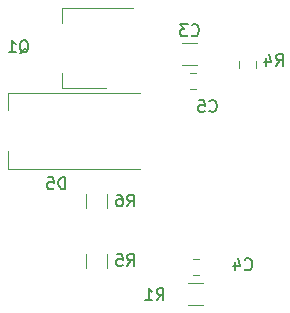
<source format=gbr>
G04 #@! TF.GenerationSoftware,KiCad,Pcbnew,(5.0.2)-1*
G04 #@! TF.CreationDate,2019-10-30T16:47:08+01:00*
G04 #@! TF.ProjectId,pcb_thesis,7063625f-7468-4657-9369-732e6b696361,rev?*
G04 #@! TF.SameCoordinates,Original*
G04 #@! TF.FileFunction,Legend,Bot*
G04 #@! TF.FilePolarity,Positive*
%FSLAX46Y46*%
G04 Gerber Fmt 4.6, Leading zero omitted, Abs format (unit mm)*
G04 Created by KiCad (PCBNEW (5.0.2)-1) date 30.10.2019 16:47:08*
%MOMM*%
%LPD*%
G01*
G04 APERTURE LIST*
%ADD10C,0.120000*%
%ADD11C,0.150000*%
%ADD12C,0.100000*%
%ADD13C,1.350000*%
%ADD14C,1.625000*%
%ADD15R,4.700000X3.500000*%
%ADD16R,1.900000X1.900000*%
%ADD17O,1.900000X1.900000*%
%ADD18R,2.200000X4.000000*%
%ADD19R,2.200000X1.700000*%
G04 APERTURE END LIST*
D10*
G04 #@! TO.C,C5*
X139438748Y-66600000D02*
X139961252Y-66600000D01*
X139438748Y-68020000D02*
X139961252Y-68020000D01*
G04 #@! TO.C,C3*
X140048064Y-65934000D02*
X138843936Y-65934000D01*
X140048064Y-64114000D02*
X138843936Y-64114000D01*
G04 #@! TO.C,C4*
X140215252Y-82348000D02*
X139692748Y-82348000D01*
X140215252Y-83768000D02*
X139692748Y-83768000D01*
G04 #@! TO.C,D5*
X124040000Y-68290000D02*
X124040000Y-74790000D01*
X124040000Y-68290000D02*
X135240000Y-68290000D01*
X124040000Y-74790000D02*
X135240000Y-74790000D01*
G04 #@! TO.C,Q1*
X128646000Y-67926000D02*
X128646000Y-66666000D01*
X128646000Y-61106000D02*
X128646000Y-62366000D01*
X132406000Y-67926000D02*
X128646000Y-67926000D01*
X134656000Y-61106000D02*
X128646000Y-61106000D01*
G04 #@! TO.C,R1*
X139351936Y-86254000D02*
X140556064Y-86254000D01*
X139351936Y-84434000D02*
X140556064Y-84434000D01*
G04 #@! TO.C,R4*
X145090000Y-65648748D02*
X145090000Y-66171252D01*
X143670000Y-65648748D02*
X143670000Y-66171252D01*
G04 #@! TO.C,R5*
X130662000Y-83152064D02*
X130662000Y-81947936D01*
X132482000Y-83152064D02*
X132482000Y-81947936D01*
G04 #@! TO.C,R6*
X132482000Y-78072064D02*
X132482000Y-76867936D01*
X130662000Y-78072064D02*
X130662000Y-76867936D01*
G04 #@! TO.C,C5*
D11*
X141126666Y-69827142D02*
X141174285Y-69874761D01*
X141317142Y-69922380D01*
X141412380Y-69922380D01*
X141555238Y-69874761D01*
X141650476Y-69779523D01*
X141698095Y-69684285D01*
X141745714Y-69493809D01*
X141745714Y-69350952D01*
X141698095Y-69160476D01*
X141650476Y-69065238D01*
X141555238Y-68970000D01*
X141412380Y-68922380D01*
X141317142Y-68922380D01*
X141174285Y-68970000D01*
X141126666Y-69017619D01*
X140221904Y-68922380D02*
X140698095Y-68922380D01*
X140745714Y-69398571D01*
X140698095Y-69350952D01*
X140602857Y-69303333D01*
X140364761Y-69303333D01*
X140269523Y-69350952D01*
X140221904Y-69398571D01*
X140174285Y-69493809D01*
X140174285Y-69731904D01*
X140221904Y-69827142D01*
X140269523Y-69874761D01*
X140364761Y-69922380D01*
X140602857Y-69922380D01*
X140698095Y-69874761D01*
X140745714Y-69827142D01*
G04 #@! TO.C,C3*
X139616666Y-63407142D02*
X139664285Y-63454761D01*
X139807142Y-63502380D01*
X139902380Y-63502380D01*
X140045238Y-63454761D01*
X140140476Y-63359523D01*
X140188095Y-63264285D01*
X140235714Y-63073809D01*
X140235714Y-62930952D01*
X140188095Y-62740476D01*
X140140476Y-62645238D01*
X140045238Y-62550000D01*
X139902380Y-62502380D01*
X139807142Y-62502380D01*
X139664285Y-62550000D01*
X139616666Y-62597619D01*
X139283333Y-62502380D02*
X138664285Y-62502380D01*
X138997619Y-62883333D01*
X138854761Y-62883333D01*
X138759523Y-62930952D01*
X138711904Y-62978571D01*
X138664285Y-63073809D01*
X138664285Y-63311904D01*
X138711904Y-63407142D01*
X138759523Y-63454761D01*
X138854761Y-63502380D01*
X139140476Y-63502380D01*
X139235714Y-63454761D01*
X139283333Y-63407142D01*
G04 #@! TO.C,C4*
X144126666Y-83227142D02*
X144174285Y-83274761D01*
X144317142Y-83322380D01*
X144412380Y-83322380D01*
X144555238Y-83274761D01*
X144650476Y-83179523D01*
X144698095Y-83084285D01*
X144745714Y-82893809D01*
X144745714Y-82750952D01*
X144698095Y-82560476D01*
X144650476Y-82465238D01*
X144555238Y-82370000D01*
X144412380Y-82322380D01*
X144317142Y-82322380D01*
X144174285Y-82370000D01*
X144126666Y-82417619D01*
X143269523Y-82655714D02*
X143269523Y-83322380D01*
X143507619Y-82274761D02*
X143745714Y-82989047D01*
X143126666Y-82989047D01*
G04 #@! TO.C,D5*
X128918095Y-76462380D02*
X128918095Y-75462380D01*
X128680000Y-75462380D01*
X128537142Y-75510000D01*
X128441904Y-75605238D01*
X128394285Y-75700476D01*
X128346666Y-75890952D01*
X128346666Y-76033809D01*
X128394285Y-76224285D01*
X128441904Y-76319523D01*
X128537142Y-76414761D01*
X128680000Y-76462380D01*
X128918095Y-76462380D01*
X127441904Y-75462380D02*
X127918095Y-75462380D01*
X127965714Y-75938571D01*
X127918095Y-75890952D01*
X127822857Y-75843333D01*
X127584761Y-75843333D01*
X127489523Y-75890952D01*
X127441904Y-75938571D01*
X127394285Y-76033809D01*
X127394285Y-76271904D01*
X127441904Y-76367142D01*
X127489523Y-76414761D01*
X127584761Y-76462380D01*
X127822857Y-76462380D01*
X127918095Y-76414761D01*
X127965714Y-76367142D01*
G04 #@! TO.C,Q1*
X125045238Y-64967619D02*
X125140476Y-64920000D01*
X125235714Y-64824761D01*
X125378571Y-64681904D01*
X125473809Y-64634285D01*
X125569047Y-64634285D01*
X125521428Y-64872380D02*
X125616666Y-64824761D01*
X125711904Y-64729523D01*
X125759523Y-64539047D01*
X125759523Y-64205714D01*
X125711904Y-64015238D01*
X125616666Y-63920000D01*
X125521428Y-63872380D01*
X125330952Y-63872380D01*
X125235714Y-63920000D01*
X125140476Y-64015238D01*
X125092857Y-64205714D01*
X125092857Y-64539047D01*
X125140476Y-64729523D01*
X125235714Y-64824761D01*
X125330952Y-64872380D01*
X125521428Y-64872380D01*
X124140476Y-64872380D02*
X124711904Y-64872380D01*
X124426190Y-64872380D02*
X124426190Y-63872380D01*
X124521428Y-64015238D01*
X124616666Y-64110476D01*
X124711904Y-64158095D01*
G04 #@! TO.C,R1*
X136656666Y-85862380D02*
X136990000Y-85386190D01*
X137228095Y-85862380D02*
X137228095Y-84862380D01*
X136847142Y-84862380D01*
X136751904Y-84910000D01*
X136704285Y-84957619D01*
X136656666Y-85052857D01*
X136656666Y-85195714D01*
X136704285Y-85290952D01*
X136751904Y-85338571D01*
X136847142Y-85386190D01*
X137228095Y-85386190D01*
X135704285Y-85862380D02*
X136275714Y-85862380D01*
X135990000Y-85862380D02*
X135990000Y-84862380D01*
X136085238Y-85005238D01*
X136180476Y-85100476D01*
X136275714Y-85148095D01*
G04 #@! TO.C,R4*
X146760666Y-66038380D02*
X147094000Y-65562190D01*
X147332095Y-66038380D02*
X147332095Y-65038380D01*
X146951142Y-65038380D01*
X146855904Y-65086000D01*
X146808285Y-65133619D01*
X146760666Y-65228857D01*
X146760666Y-65371714D01*
X146808285Y-65466952D01*
X146855904Y-65514571D01*
X146951142Y-65562190D01*
X147332095Y-65562190D01*
X145903523Y-65371714D02*
X145903523Y-66038380D01*
X146141619Y-64990761D02*
X146379714Y-65705047D01*
X145760666Y-65705047D01*
G04 #@! TO.C,R5*
X134166666Y-82952380D02*
X134500000Y-82476190D01*
X134738095Y-82952380D02*
X134738095Y-81952380D01*
X134357142Y-81952380D01*
X134261904Y-82000000D01*
X134214285Y-82047619D01*
X134166666Y-82142857D01*
X134166666Y-82285714D01*
X134214285Y-82380952D01*
X134261904Y-82428571D01*
X134357142Y-82476190D01*
X134738095Y-82476190D01*
X133261904Y-81952380D02*
X133738095Y-81952380D01*
X133785714Y-82428571D01*
X133738095Y-82380952D01*
X133642857Y-82333333D01*
X133404761Y-82333333D01*
X133309523Y-82380952D01*
X133261904Y-82428571D01*
X133214285Y-82523809D01*
X133214285Y-82761904D01*
X133261904Y-82857142D01*
X133309523Y-82904761D01*
X133404761Y-82952380D01*
X133642857Y-82952380D01*
X133738095Y-82904761D01*
X133785714Y-82857142D01*
G04 #@! TO.C,R6*
X134166666Y-77922380D02*
X134500000Y-77446190D01*
X134738095Y-77922380D02*
X134738095Y-76922380D01*
X134357142Y-76922380D01*
X134261904Y-76970000D01*
X134214285Y-77017619D01*
X134166666Y-77112857D01*
X134166666Y-77255714D01*
X134214285Y-77350952D01*
X134261904Y-77398571D01*
X134357142Y-77446190D01*
X134738095Y-77446190D01*
X133309523Y-76922380D02*
X133500000Y-76922380D01*
X133595238Y-76970000D01*
X133642857Y-77017619D01*
X133738095Y-77160476D01*
X133785714Y-77350952D01*
X133785714Y-77731904D01*
X133738095Y-77827142D01*
X133690476Y-77874761D01*
X133595238Y-77922380D01*
X133404761Y-77922380D01*
X133309523Y-77874761D01*
X133261904Y-77827142D01*
X133214285Y-77731904D01*
X133214285Y-77493809D01*
X133261904Y-77398571D01*
X133309523Y-77350952D01*
X133404761Y-77303333D01*
X133595238Y-77303333D01*
X133690476Y-77350952D01*
X133738095Y-77398571D01*
X133785714Y-77493809D01*
G04 #@! TD*
%LPC*%
D12*
G04 #@! TO.C,C5*
G36*
X141135289Y-66511413D02*
X141163778Y-66515639D01*
X141191715Y-66522637D01*
X141218832Y-66532340D01*
X141244867Y-66544653D01*
X141269570Y-66559460D01*
X141292703Y-66576616D01*
X141314043Y-66595957D01*
X141333384Y-66617297D01*
X141350540Y-66640430D01*
X141365347Y-66665133D01*
X141377660Y-66691168D01*
X141387363Y-66718285D01*
X141394361Y-66746222D01*
X141398587Y-66774711D01*
X141400000Y-66803477D01*
X141400000Y-67816523D01*
X141398587Y-67845289D01*
X141394361Y-67873778D01*
X141387363Y-67901715D01*
X141377660Y-67928832D01*
X141365347Y-67954867D01*
X141350540Y-67979570D01*
X141333384Y-68002703D01*
X141314043Y-68024043D01*
X141292703Y-68043384D01*
X141269570Y-68060540D01*
X141244867Y-68075347D01*
X141218832Y-68087660D01*
X141191715Y-68097363D01*
X141163778Y-68104361D01*
X141135289Y-68108587D01*
X141106523Y-68110000D01*
X140343477Y-68110000D01*
X140314711Y-68108587D01*
X140286222Y-68104361D01*
X140258285Y-68097363D01*
X140231168Y-68087660D01*
X140205133Y-68075347D01*
X140180430Y-68060540D01*
X140157297Y-68043384D01*
X140135957Y-68024043D01*
X140116616Y-68002703D01*
X140099460Y-67979570D01*
X140084653Y-67954867D01*
X140072340Y-67928832D01*
X140062637Y-67901715D01*
X140055639Y-67873778D01*
X140051413Y-67845289D01*
X140050000Y-67816523D01*
X140050000Y-66803477D01*
X140051413Y-66774711D01*
X140055639Y-66746222D01*
X140062637Y-66718285D01*
X140072340Y-66691168D01*
X140084653Y-66665133D01*
X140099460Y-66640430D01*
X140116616Y-66617297D01*
X140135957Y-66595957D01*
X140157297Y-66576616D01*
X140180430Y-66559460D01*
X140205133Y-66544653D01*
X140231168Y-66532340D01*
X140258285Y-66522637D01*
X140286222Y-66515639D01*
X140314711Y-66511413D01*
X140343477Y-66510000D01*
X141106523Y-66510000D01*
X141135289Y-66511413D01*
X141135289Y-66511413D01*
G37*
D13*
X140725000Y-67310000D03*
D12*
G36*
X139085289Y-66511413D02*
X139113778Y-66515639D01*
X139141715Y-66522637D01*
X139168832Y-66532340D01*
X139194867Y-66544653D01*
X139219570Y-66559460D01*
X139242703Y-66576616D01*
X139264043Y-66595957D01*
X139283384Y-66617297D01*
X139300540Y-66640430D01*
X139315347Y-66665133D01*
X139327660Y-66691168D01*
X139337363Y-66718285D01*
X139344361Y-66746222D01*
X139348587Y-66774711D01*
X139350000Y-66803477D01*
X139350000Y-67816523D01*
X139348587Y-67845289D01*
X139344361Y-67873778D01*
X139337363Y-67901715D01*
X139327660Y-67928832D01*
X139315347Y-67954867D01*
X139300540Y-67979570D01*
X139283384Y-68002703D01*
X139264043Y-68024043D01*
X139242703Y-68043384D01*
X139219570Y-68060540D01*
X139194867Y-68075347D01*
X139168832Y-68087660D01*
X139141715Y-68097363D01*
X139113778Y-68104361D01*
X139085289Y-68108587D01*
X139056523Y-68110000D01*
X138293477Y-68110000D01*
X138264711Y-68108587D01*
X138236222Y-68104361D01*
X138208285Y-68097363D01*
X138181168Y-68087660D01*
X138155133Y-68075347D01*
X138130430Y-68060540D01*
X138107297Y-68043384D01*
X138085957Y-68024043D01*
X138066616Y-68002703D01*
X138049460Y-67979570D01*
X138034653Y-67954867D01*
X138022340Y-67928832D01*
X138012637Y-67901715D01*
X138005639Y-67873778D01*
X138001413Y-67845289D01*
X138000000Y-67816523D01*
X138000000Y-66803477D01*
X138001413Y-66774711D01*
X138005639Y-66746222D01*
X138012637Y-66718285D01*
X138022340Y-66691168D01*
X138034653Y-66665133D01*
X138049460Y-66640430D01*
X138066616Y-66617297D01*
X138085957Y-66595957D01*
X138107297Y-66576616D01*
X138130430Y-66559460D01*
X138155133Y-66544653D01*
X138181168Y-66532340D01*
X138208285Y-66522637D01*
X138236222Y-66515639D01*
X138264711Y-66511413D01*
X138293477Y-66510000D01*
X139056523Y-66510000D01*
X139085289Y-66511413D01*
X139085289Y-66511413D01*
G37*
D13*
X138675000Y-67310000D03*
G04 #@! TD*
D12*
G04 #@! TO.C,C3*
G36*
X138513856Y-64050373D02*
X138541530Y-64054478D01*
X138568669Y-64061276D01*
X138595010Y-64070701D01*
X138620302Y-64082663D01*
X138644298Y-64097046D01*
X138666770Y-64113712D01*
X138687500Y-64132500D01*
X138706288Y-64153230D01*
X138722954Y-64175702D01*
X138737337Y-64199698D01*
X138749299Y-64224990D01*
X138758724Y-64251331D01*
X138765522Y-64278470D01*
X138769627Y-64306144D01*
X138771000Y-64334088D01*
X138771000Y-65713912D01*
X138769627Y-65741856D01*
X138765522Y-65769530D01*
X138758724Y-65796669D01*
X138749299Y-65823010D01*
X138737337Y-65848302D01*
X138722954Y-65872298D01*
X138706288Y-65894770D01*
X138687500Y-65915500D01*
X138666770Y-65934288D01*
X138644298Y-65950954D01*
X138620302Y-65965337D01*
X138595010Y-65977299D01*
X138568669Y-65986724D01*
X138541530Y-65993522D01*
X138513856Y-65997627D01*
X138485912Y-65999000D01*
X137431088Y-65999000D01*
X137403144Y-65997627D01*
X137375470Y-65993522D01*
X137348331Y-65986724D01*
X137321990Y-65977299D01*
X137296698Y-65965337D01*
X137272702Y-65950954D01*
X137250230Y-65934288D01*
X137229500Y-65915500D01*
X137210712Y-65894770D01*
X137194046Y-65872298D01*
X137179663Y-65848302D01*
X137167701Y-65823010D01*
X137158276Y-65796669D01*
X137151478Y-65769530D01*
X137147373Y-65741856D01*
X137146000Y-65713912D01*
X137146000Y-64334088D01*
X137147373Y-64306144D01*
X137151478Y-64278470D01*
X137158276Y-64251331D01*
X137167701Y-64224990D01*
X137179663Y-64199698D01*
X137194046Y-64175702D01*
X137210712Y-64153230D01*
X137229500Y-64132500D01*
X137250230Y-64113712D01*
X137272702Y-64097046D01*
X137296698Y-64082663D01*
X137321990Y-64070701D01*
X137348331Y-64061276D01*
X137375470Y-64054478D01*
X137403144Y-64050373D01*
X137431088Y-64049000D01*
X138485912Y-64049000D01*
X138513856Y-64050373D01*
X138513856Y-64050373D01*
G37*
D14*
X137958500Y-65024000D03*
D12*
G36*
X141488856Y-64050373D02*
X141516530Y-64054478D01*
X141543669Y-64061276D01*
X141570010Y-64070701D01*
X141595302Y-64082663D01*
X141619298Y-64097046D01*
X141641770Y-64113712D01*
X141662500Y-64132500D01*
X141681288Y-64153230D01*
X141697954Y-64175702D01*
X141712337Y-64199698D01*
X141724299Y-64224990D01*
X141733724Y-64251331D01*
X141740522Y-64278470D01*
X141744627Y-64306144D01*
X141746000Y-64334088D01*
X141746000Y-65713912D01*
X141744627Y-65741856D01*
X141740522Y-65769530D01*
X141733724Y-65796669D01*
X141724299Y-65823010D01*
X141712337Y-65848302D01*
X141697954Y-65872298D01*
X141681288Y-65894770D01*
X141662500Y-65915500D01*
X141641770Y-65934288D01*
X141619298Y-65950954D01*
X141595302Y-65965337D01*
X141570010Y-65977299D01*
X141543669Y-65986724D01*
X141516530Y-65993522D01*
X141488856Y-65997627D01*
X141460912Y-65999000D01*
X140406088Y-65999000D01*
X140378144Y-65997627D01*
X140350470Y-65993522D01*
X140323331Y-65986724D01*
X140296990Y-65977299D01*
X140271698Y-65965337D01*
X140247702Y-65950954D01*
X140225230Y-65934288D01*
X140204500Y-65915500D01*
X140185712Y-65894770D01*
X140169046Y-65872298D01*
X140154663Y-65848302D01*
X140142701Y-65823010D01*
X140133276Y-65796669D01*
X140126478Y-65769530D01*
X140122373Y-65741856D01*
X140121000Y-65713912D01*
X140121000Y-64334088D01*
X140122373Y-64306144D01*
X140126478Y-64278470D01*
X140133276Y-64251331D01*
X140142701Y-64224990D01*
X140154663Y-64199698D01*
X140169046Y-64175702D01*
X140185712Y-64153230D01*
X140204500Y-64132500D01*
X140225230Y-64113712D01*
X140247702Y-64097046D01*
X140271698Y-64082663D01*
X140296990Y-64070701D01*
X140323331Y-64061276D01*
X140350470Y-64054478D01*
X140378144Y-64050373D01*
X140406088Y-64049000D01*
X141460912Y-64049000D01*
X141488856Y-64050373D01*
X141488856Y-64050373D01*
G37*
D14*
X140933500Y-65024000D03*
G04 #@! TD*
D12*
G04 #@! TO.C,C4*
G36*
X141389289Y-82259413D02*
X141417778Y-82263639D01*
X141445715Y-82270637D01*
X141472832Y-82280340D01*
X141498867Y-82292653D01*
X141523570Y-82307460D01*
X141546703Y-82324616D01*
X141568043Y-82343957D01*
X141587384Y-82365297D01*
X141604540Y-82388430D01*
X141619347Y-82413133D01*
X141631660Y-82439168D01*
X141641363Y-82466285D01*
X141648361Y-82494222D01*
X141652587Y-82522711D01*
X141654000Y-82551477D01*
X141654000Y-83564523D01*
X141652587Y-83593289D01*
X141648361Y-83621778D01*
X141641363Y-83649715D01*
X141631660Y-83676832D01*
X141619347Y-83702867D01*
X141604540Y-83727570D01*
X141587384Y-83750703D01*
X141568043Y-83772043D01*
X141546703Y-83791384D01*
X141523570Y-83808540D01*
X141498867Y-83823347D01*
X141472832Y-83835660D01*
X141445715Y-83845363D01*
X141417778Y-83852361D01*
X141389289Y-83856587D01*
X141360523Y-83858000D01*
X140597477Y-83858000D01*
X140568711Y-83856587D01*
X140540222Y-83852361D01*
X140512285Y-83845363D01*
X140485168Y-83835660D01*
X140459133Y-83823347D01*
X140434430Y-83808540D01*
X140411297Y-83791384D01*
X140389957Y-83772043D01*
X140370616Y-83750703D01*
X140353460Y-83727570D01*
X140338653Y-83702867D01*
X140326340Y-83676832D01*
X140316637Y-83649715D01*
X140309639Y-83621778D01*
X140305413Y-83593289D01*
X140304000Y-83564523D01*
X140304000Y-82551477D01*
X140305413Y-82522711D01*
X140309639Y-82494222D01*
X140316637Y-82466285D01*
X140326340Y-82439168D01*
X140338653Y-82413133D01*
X140353460Y-82388430D01*
X140370616Y-82365297D01*
X140389957Y-82343957D01*
X140411297Y-82324616D01*
X140434430Y-82307460D01*
X140459133Y-82292653D01*
X140485168Y-82280340D01*
X140512285Y-82270637D01*
X140540222Y-82263639D01*
X140568711Y-82259413D01*
X140597477Y-82258000D01*
X141360523Y-82258000D01*
X141389289Y-82259413D01*
X141389289Y-82259413D01*
G37*
D13*
X140979000Y-83058000D03*
D12*
G36*
X139339289Y-82259413D02*
X139367778Y-82263639D01*
X139395715Y-82270637D01*
X139422832Y-82280340D01*
X139448867Y-82292653D01*
X139473570Y-82307460D01*
X139496703Y-82324616D01*
X139518043Y-82343957D01*
X139537384Y-82365297D01*
X139554540Y-82388430D01*
X139569347Y-82413133D01*
X139581660Y-82439168D01*
X139591363Y-82466285D01*
X139598361Y-82494222D01*
X139602587Y-82522711D01*
X139604000Y-82551477D01*
X139604000Y-83564523D01*
X139602587Y-83593289D01*
X139598361Y-83621778D01*
X139591363Y-83649715D01*
X139581660Y-83676832D01*
X139569347Y-83702867D01*
X139554540Y-83727570D01*
X139537384Y-83750703D01*
X139518043Y-83772043D01*
X139496703Y-83791384D01*
X139473570Y-83808540D01*
X139448867Y-83823347D01*
X139422832Y-83835660D01*
X139395715Y-83845363D01*
X139367778Y-83852361D01*
X139339289Y-83856587D01*
X139310523Y-83858000D01*
X138547477Y-83858000D01*
X138518711Y-83856587D01*
X138490222Y-83852361D01*
X138462285Y-83845363D01*
X138435168Y-83835660D01*
X138409133Y-83823347D01*
X138384430Y-83808540D01*
X138361297Y-83791384D01*
X138339957Y-83772043D01*
X138320616Y-83750703D01*
X138303460Y-83727570D01*
X138288653Y-83702867D01*
X138276340Y-83676832D01*
X138266637Y-83649715D01*
X138259639Y-83621778D01*
X138255413Y-83593289D01*
X138254000Y-83564523D01*
X138254000Y-82551477D01*
X138255413Y-82522711D01*
X138259639Y-82494222D01*
X138266637Y-82466285D01*
X138276340Y-82439168D01*
X138288653Y-82413133D01*
X138303460Y-82388430D01*
X138320616Y-82365297D01*
X138339957Y-82343957D01*
X138361297Y-82324616D01*
X138384430Y-82307460D01*
X138409133Y-82292653D01*
X138435168Y-82280340D01*
X138462285Y-82270637D01*
X138490222Y-82263639D01*
X138518711Y-82259413D01*
X138547477Y-82258000D01*
X139310523Y-82258000D01*
X139339289Y-82259413D01*
X139339289Y-82259413D01*
G37*
D13*
X138929000Y-83058000D03*
G04 #@! TD*
D15*
G04 #@! TO.C,D5*
X126440000Y-71540000D03*
X135240000Y-71540000D03*
G04 #@! TD*
D16*
G04 #@! TO.C,J1*
X157820000Y-71250000D03*
D17*
X157820000Y-73790000D03*
X157820000Y-76330000D03*
X157820000Y-78870000D03*
X157820000Y-81410000D03*
X157820000Y-83950000D03*
G04 #@! TD*
G04 #@! TO.C,J2*
X157820000Y-67610000D03*
D16*
X157820000Y-65070000D03*
G04 #@! TD*
G04 #@! TO.C,J3*
X125730000Y-84000000D03*
D17*
X128270000Y-84000000D03*
G04 #@! TD*
D18*
G04 #@! TO.C,Q1*
X127406000Y-64516000D03*
D19*
X133706000Y-64516000D03*
X133706000Y-66816000D03*
X133706000Y-62216000D03*
G04 #@! TD*
D12*
G04 #@! TO.C,R1*
G36*
X139021856Y-84370373D02*
X139049530Y-84374478D01*
X139076669Y-84381276D01*
X139103010Y-84390701D01*
X139128302Y-84402663D01*
X139152298Y-84417046D01*
X139174770Y-84433712D01*
X139195500Y-84452500D01*
X139214288Y-84473230D01*
X139230954Y-84495702D01*
X139245337Y-84519698D01*
X139257299Y-84544990D01*
X139266724Y-84571331D01*
X139273522Y-84598470D01*
X139277627Y-84626144D01*
X139279000Y-84654088D01*
X139279000Y-86033912D01*
X139277627Y-86061856D01*
X139273522Y-86089530D01*
X139266724Y-86116669D01*
X139257299Y-86143010D01*
X139245337Y-86168302D01*
X139230954Y-86192298D01*
X139214288Y-86214770D01*
X139195500Y-86235500D01*
X139174770Y-86254288D01*
X139152298Y-86270954D01*
X139128302Y-86285337D01*
X139103010Y-86297299D01*
X139076669Y-86306724D01*
X139049530Y-86313522D01*
X139021856Y-86317627D01*
X138993912Y-86319000D01*
X137939088Y-86319000D01*
X137911144Y-86317627D01*
X137883470Y-86313522D01*
X137856331Y-86306724D01*
X137829990Y-86297299D01*
X137804698Y-86285337D01*
X137780702Y-86270954D01*
X137758230Y-86254288D01*
X137737500Y-86235500D01*
X137718712Y-86214770D01*
X137702046Y-86192298D01*
X137687663Y-86168302D01*
X137675701Y-86143010D01*
X137666276Y-86116669D01*
X137659478Y-86089530D01*
X137655373Y-86061856D01*
X137654000Y-86033912D01*
X137654000Y-84654088D01*
X137655373Y-84626144D01*
X137659478Y-84598470D01*
X137666276Y-84571331D01*
X137675701Y-84544990D01*
X137687663Y-84519698D01*
X137702046Y-84495702D01*
X137718712Y-84473230D01*
X137737500Y-84452500D01*
X137758230Y-84433712D01*
X137780702Y-84417046D01*
X137804698Y-84402663D01*
X137829990Y-84390701D01*
X137856331Y-84381276D01*
X137883470Y-84374478D01*
X137911144Y-84370373D01*
X137939088Y-84369000D01*
X138993912Y-84369000D01*
X139021856Y-84370373D01*
X139021856Y-84370373D01*
G37*
D14*
X138466500Y-85344000D03*
D12*
G36*
X141996856Y-84370373D02*
X142024530Y-84374478D01*
X142051669Y-84381276D01*
X142078010Y-84390701D01*
X142103302Y-84402663D01*
X142127298Y-84417046D01*
X142149770Y-84433712D01*
X142170500Y-84452500D01*
X142189288Y-84473230D01*
X142205954Y-84495702D01*
X142220337Y-84519698D01*
X142232299Y-84544990D01*
X142241724Y-84571331D01*
X142248522Y-84598470D01*
X142252627Y-84626144D01*
X142254000Y-84654088D01*
X142254000Y-86033912D01*
X142252627Y-86061856D01*
X142248522Y-86089530D01*
X142241724Y-86116669D01*
X142232299Y-86143010D01*
X142220337Y-86168302D01*
X142205954Y-86192298D01*
X142189288Y-86214770D01*
X142170500Y-86235500D01*
X142149770Y-86254288D01*
X142127298Y-86270954D01*
X142103302Y-86285337D01*
X142078010Y-86297299D01*
X142051669Y-86306724D01*
X142024530Y-86313522D01*
X141996856Y-86317627D01*
X141968912Y-86319000D01*
X140914088Y-86319000D01*
X140886144Y-86317627D01*
X140858470Y-86313522D01*
X140831331Y-86306724D01*
X140804990Y-86297299D01*
X140779698Y-86285337D01*
X140755702Y-86270954D01*
X140733230Y-86254288D01*
X140712500Y-86235500D01*
X140693712Y-86214770D01*
X140677046Y-86192298D01*
X140662663Y-86168302D01*
X140650701Y-86143010D01*
X140641276Y-86116669D01*
X140634478Y-86089530D01*
X140630373Y-86061856D01*
X140629000Y-86033912D01*
X140629000Y-84654088D01*
X140630373Y-84626144D01*
X140634478Y-84598470D01*
X140641276Y-84571331D01*
X140650701Y-84544990D01*
X140662663Y-84519698D01*
X140677046Y-84495702D01*
X140693712Y-84473230D01*
X140712500Y-84452500D01*
X140733230Y-84433712D01*
X140755702Y-84417046D01*
X140779698Y-84402663D01*
X140804990Y-84390701D01*
X140831331Y-84381276D01*
X140858470Y-84374478D01*
X140886144Y-84370373D01*
X140914088Y-84369000D01*
X141968912Y-84369000D01*
X141996856Y-84370373D01*
X141996856Y-84370373D01*
G37*
D14*
X141441500Y-85344000D03*
G04 #@! TD*
D12*
G04 #@! TO.C,R4*
G36*
X144915289Y-66261413D02*
X144943778Y-66265639D01*
X144971715Y-66272637D01*
X144998832Y-66282340D01*
X145024867Y-66294653D01*
X145049570Y-66309460D01*
X145072703Y-66326616D01*
X145094043Y-66345957D01*
X145113384Y-66367297D01*
X145130540Y-66390430D01*
X145145347Y-66415133D01*
X145157660Y-66441168D01*
X145167363Y-66468285D01*
X145174361Y-66496222D01*
X145178587Y-66524711D01*
X145180000Y-66553477D01*
X145180000Y-67316523D01*
X145178587Y-67345289D01*
X145174361Y-67373778D01*
X145167363Y-67401715D01*
X145157660Y-67428832D01*
X145145347Y-67454867D01*
X145130540Y-67479570D01*
X145113384Y-67502703D01*
X145094043Y-67524043D01*
X145072703Y-67543384D01*
X145049570Y-67560540D01*
X145024867Y-67575347D01*
X144998832Y-67587660D01*
X144971715Y-67597363D01*
X144943778Y-67604361D01*
X144915289Y-67608587D01*
X144886523Y-67610000D01*
X143873477Y-67610000D01*
X143844711Y-67608587D01*
X143816222Y-67604361D01*
X143788285Y-67597363D01*
X143761168Y-67587660D01*
X143735133Y-67575347D01*
X143710430Y-67560540D01*
X143687297Y-67543384D01*
X143665957Y-67524043D01*
X143646616Y-67502703D01*
X143629460Y-67479570D01*
X143614653Y-67454867D01*
X143602340Y-67428832D01*
X143592637Y-67401715D01*
X143585639Y-67373778D01*
X143581413Y-67345289D01*
X143580000Y-67316523D01*
X143580000Y-66553477D01*
X143581413Y-66524711D01*
X143585639Y-66496222D01*
X143592637Y-66468285D01*
X143602340Y-66441168D01*
X143614653Y-66415133D01*
X143629460Y-66390430D01*
X143646616Y-66367297D01*
X143665957Y-66345957D01*
X143687297Y-66326616D01*
X143710430Y-66309460D01*
X143735133Y-66294653D01*
X143761168Y-66282340D01*
X143788285Y-66272637D01*
X143816222Y-66265639D01*
X143844711Y-66261413D01*
X143873477Y-66260000D01*
X144886523Y-66260000D01*
X144915289Y-66261413D01*
X144915289Y-66261413D01*
G37*
D13*
X144380000Y-66935000D03*
D12*
G36*
X144915289Y-64211413D02*
X144943778Y-64215639D01*
X144971715Y-64222637D01*
X144998832Y-64232340D01*
X145024867Y-64244653D01*
X145049570Y-64259460D01*
X145072703Y-64276616D01*
X145094043Y-64295957D01*
X145113384Y-64317297D01*
X145130540Y-64340430D01*
X145145347Y-64365133D01*
X145157660Y-64391168D01*
X145167363Y-64418285D01*
X145174361Y-64446222D01*
X145178587Y-64474711D01*
X145180000Y-64503477D01*
X145180000Y-65266523D01*
X145178587Y-65295289D01*
X145174361Y-65323778D01*
X145167363Y-65351715D01*
X145157660Y-65378832D01*
X145145347Y-65404867D01*
X145130540Y-65429570D01*
X145113384Y-65452703D01*
X145094043Y-65474043D01*
X145072703Y-65493384D01*
X145049570Y-65510540D01*
X145024867Y-65525347D01*
X144998832Y-65537660D01*
X144971715Y-65547363D01*
X144943778Y-65554361D01*
X144915289Y-65558587D01*
X144886523Y-65560000D01*
X143873477Y-65560000D01*
X143844711Y-65558587D01*
X143816222Y-65554361D01*
X143788285Y-65547363D01*
X143761168Y-65537660D01*
X143735133Y-65525347D01*
X143710430Y-65510540D01*
X143687297Y-65493384D01*
X143665957Y-65474043D01*
X143646616Y-65452703D01*
X143629460Y-65429570D01*
X143614653Y-65404867D01*
X143602340Y-65378832D01*
X143592637Y-65351715D01*
X143585639Y-65323778D01*
X143581413Y-65295289D01*
X143580000Y-65266523D01*
X143580000Y-64503477D01*
X143581413Y-64474711D01*
X143585639Y-64446222D01*
X143592637Y-64418285D01*
X143602340Y-64391168D01*
X143614653Y-64365133D01*
X143629460Y-64340430D01*
X143646616Y-64317297D01*
X143665957Y-64295957D01*
X143687297Y-64276616D01*
X143710430Y-64259460D01*
X143735133Y-64244653D01*
X143761168Y-64232340D01*
X143788285Y-64222637D01*
X143816222Y-64215639D01*
X143844711Y-64211413D01*
X143873477Y-64210000D01*
X144886523Y-64210000D01*
X144915289Y-64211413D01*
X144915289Y-64211413D01*
G37*
D13*
X144380000Y-64885000D03*
G04 #@! TD*
D12*
G04 #@! TO.C,R5*
G36*
X132289856Y-80251373D02*
X132317530Y-80255478D01*
X132344669Y-80262276D01*
X132371010Y-80271701D01*
X132396302Y-80283663D01*
X132420298Y-80298046D01*
X132442770Y-80314712D01*
X132463500Y-80333500D01*
X132482288Y-80354230D01*
X132498954Y-80376702D01*
X132513337Y-80400698D01*
X132525299Y-80425990D01*
X132534724Y-80452331D01*
X132541522Y-80479470D01*
X132545627Y-80507144D01*
X132547000Y-80535088D01*
X132547000Y-81589912D01*
X132545627Y-81617856D01*
X132541522Y-81645530D01*
X132534724Y-81672669D01*
X132525299Y-81699010D01*
X132513337Y-81724302D01*
X132498954Y-81748298D01*
X132482288Y-81770770D01*
X132463500Y-81791500D01*
X132442770Y-81810288D01*
X132420298Y-81826954D01*
X132396302Y-81841337D01*
X132371010Y-81853299D01*
X132344669Y-81862724D01*
X132317530Y-81869522D01*
X132289856Y-81873627D01*
X132261912Y-81875000D01*
X130882088Y-81875000D01*
X130854144Y-81873627D01*
X130826470Y-81869522D01*
X130799331Y-81862724D01*
X130772990Y-81853299D01*
X130747698Y-81841337D01*
X130723702Y-81826954D01*
X130701230Y-81810288D01*
X130680500Y-81791500D01*
X130661712Y-81770770D01*
X130645046Y-81748298D01*
X130630663Y-81724302D01*
X130618701Y-81699010D01*
X130609276Y-81672669D01*
X130602478Y-81645530D01*
X130598373Y-81617856D01*
X130597000Y-81589912D01*
X130597000Y-80535088D01*
X130598373Y-80507144D01*
X130602478Y-80479470D01*
X130609276Y-80452331D01*
X130618701Y-80425990D01*
X130630663Y-80400698D01*
X130645046Y-80376702D01*
X130661712Y-80354230D01*
X130680500Y-80333500D01*
X130701230Y-80314712D01*
X130723702Y-80298046D01*
X130747698Y-80283663D01*
X130772990Y-80271701D01*
X130799331Y-80262276D01*
X130826470Y-80255478D01*
X130854144Y-80251373D01*
X130882088Y-80250000D01*
X132261912Y-80250000D01*
X132289856Y-80251373D01*
X132289856Y-80251373D01*
G37*
D14*
X131572000Y-81062500D03*
D12*
G36*
X132289856Y-83226373D02*
X132317530Y-83230478D01*
X132344669Y-83237276D01*
X132371010Y-83246701D01*
X132396302Y-83258663D01*
X132420298Y-83273046D01*
X132442770Y-83289712D01*
X132463500Y-83308500D01*
X132482288Y-83329230D01*
X132498954Y-83351702D01*
X132513337Y-83375698D01*
X132525299Y-83400990D01*
X132534724Y-83427331D01*
X132541522Y-83454470D01*
X132545627Y-83482144D01*
X132547000Y-83510088D01*
X132547000Y-84564912D01*
X132545627Y-84592856D01*
X132541522Y-84620530D01*
X132534724Y-84647669D01*
X132525299Y-84674010D01*
X132513337Y-84699302D01*
X132498954Y-84723298D01*
X132482288Y-84745770D01*
X132463500Y-84766500D01*
X132442770Y-84785288D01*
X132420298Y-84801954D01*
X132396302Y-84816337D01*
X132371010Y-84828299D01*
X132344669Y-84837724D01*
X132317530Y-84844522D01*
X132289856Y-84848627D01*
X132261912Y-84850000D01*
X130882088Y-84850000D01*
X130854144Y-84848627D01*
X130826470Y-84844522D01*
X130799331Y-84837724D01*
X130772990Y-84828299D01*
X130747698Y-84816337D01*
X130723702Y-84801954D01*
X130701230Y-84785288D01*
X130680500Y-84766500D01*
X130661712Y-84745770D01*
X130645046Y-84723298D01*
X130630663Y-84699302D01*
X130618701Y-84674010D01*
X130609276Y-84647669D01*
X130602478Y-84620530D01*
X130598373Y-84592856D01*
X130597000Y-84564912D01*
X130597000Y-83510088D01*
X130598373Y-83482144D01*
X130602478Y-83454470D01*
X130609276Y-83427331D01*
X130618701Y-83400990D01*
X130630663Y-83375698D01*
X130645046Y-83351702D01*
X130661712Y-83329230D01*
X130680500Y-83308500D01*
X130701230Y-83289712D01*
X130723702Y-83273046D01*
X130747698Y-83258663D01*
X130772990Y-83246701D01*
X130799331Y-83237276D01*
X130826470Y-83230478D01*
X130854144Y-83226373D01*
X130882088Y-83225000D01*
X132261912Y-83225000D01*
X132289856Y-83226373D01*
X132289856Y-83226373D01*
G37*
D14*
X131572000Y-84037500D03*
G04 #@! TD*
D12*
G04 #@! TO.C,R6*
G36*
X132289856Y-78146373D02*
X132317530Y-78150478D01*
X132344669Y-78157276D01*
X132371010Y-78166701D01*
X132396302Y-78178663D01*
X132420298Y-78193046D01*
X132442770Y-78209712D01*
X132463500Y-78228500D01*
X132482288Y-78249230D01*
X132498954Y-78271702D01*
X132513337Y-78295698D01*
X132525299Y-78320990D01*
X132534724Y-78347331D01*
X132541522Y-78374470D01*
X132545627Y-78402144D01*
X132547000Y-78430088D01*
X132547000Y-79484912D01*
X132545627Y-79512856D01*
X132541522Y-79540530D01*
X132534724Y-79567669D01*
X132525299Y-79594010D01*
X132513337Y-79619302D01*
X132498954Y-79643298D01*
X132482288Y-79665770D01*
X132463500Y-79686500D01*
X132442770Y-79705288D01*
X132420298Y-79721954D01*
X132396302Y-79736337D01*
X132371010Y-79748299D01*
X132344669Y-79757724D01*
X132317530Y-79764522D01*
X132289856Y-79768627D01*
X132261912Y-79770000D01*
X130882088Y-79770000D01*
X130854144Y-79768627D01*
X130826470Y-79764522D01*
X130799331Y-79757724D01*
X130772990Y-79748299D01*
X130747698Y-79736337D01*
X130723702Y-79721954D01*
X130701230Y-79705288D01*
X130680500Y-79686500D01*
X130661712Y-79665770D01*
X130645046Y-79643298D01*
X130630663Y-79619302D01*
X130618701Y-79594010D01*
X130609276Y-79567669D01*
X130602478Y-79540530D01*
X130598373Y-79512856D01*
X130597000Y-79484912D01*
X130597000Y-78430088D01*
X130598373Y-78402144D01*
X130602478Y-78374470D01*
X130609276Y-78347331D01*
X130618701Y-78320990D01*
X130630663Y-78295698D01*
X130645046Y-78271702D01*
X130661712Y-78249230D01*
X130680500Y-78228500D01*
X130701230Y-78209712D01*
X130723702Y-78193046D01*
X130747698Y-78178663D01*
X130772990Y-78166701D01*
X130799331Y-78157276D01*
X130826470Y-78150478D01*
X130854144Y-78146373D01*
X130882088Y-78145000D01*
X132261912Y-78145000D01*
X132289856Y-78146373D01*
X132289856Y-78146373D01*
G37*
D14*
X131572000Y-78957500D03*
D12*
G36*
X132289856Y-75171373D02*
X132317530Y-75175478D01*
X132344669Y-75182276D01*
X132371010Y-75191701D01*
X132396302Y-75203663D01*
X132420298Y-75218046D01*
X132442770Y-75234712D01*
X132463500Y-75253500D01*
X132482288Y-75274230D01*
X132498954Y-75296702D01*
X132513337Y-75320698D01*
X132525299Y-75345990D01*
X132534724Y-75372331D01*
X132541522Y-75399470D01*
X132545627Y-75427144D01*
X132547000Y-75455088D01*
X132547000Y-76509912D01*
X132545627Y-76537856D01*
X132541522Y-76565530D01*
X132534724Y-76592669D01*
X132525299Y-76619010D01*
X132513337Y-76644302D01*
X132498954Y-76668298D01*
X132482288Y-76690770D01*
X132463500Y-76711500D01*
X132442770Y-76730288D01*
X132420298Y-76746954D01*
X132396302Y-76761337D01*
X132371010Y-76773299D01*
X132344669Y-76782724D01*
X132317530Y-76789522D01*
X132289856Y-76793627D01*
X132261912Y-76795000D01*
X130882088Y-76795000D01*
X130854144Y-76793627D01*
X130826470Y-76789522D01*
X130799331Y-76782724D01*
X130772990Y-76773299D01*
X130747698Y-76761337D01*
X130723702Y-76746954D01*
X130701230Y-76730288D01*
X130680500Y-76711500D01*
X130661712Y-76690770D01*
X130645046Y-76668298D01*
X130630663Y-76644302D01*
X130618701Y-76619010D01*
X130609276Y-76592669D01*
X130602478Y-76565530D01*
X130598373Y-76537856D01*
X130597000Y-76509912D01*
X130597000Y-75455088D01*
X130598373Y-75427144D01*
X130602478Y-75399470D01*
X130609276Y-75372331D01*
X130618701Y-75345990D01*
X130630663Y-75320698D01*
X130645046Y-75296702D01*
X130661712Y-75274230D01*
X130680500Y-75253500D01*
X130701230Y-75234712D01*
X130723702Y-75218046D01*
X130747698Y-75203663D01*
X130772990Y-75191701D01*
X130799331Y-75182276D01*
X130826470Y-75175478D01*
X130854144Y-75171373D01*
X130882088Y-75170000D01*
X132261912Y-75170000D01*
X132289856Y-75171373D01*
X132289856Y-75171373D01*
G37*
D14*
X131572000Y-75982500D03*
G04 #@! TD*
M02*

</source>
